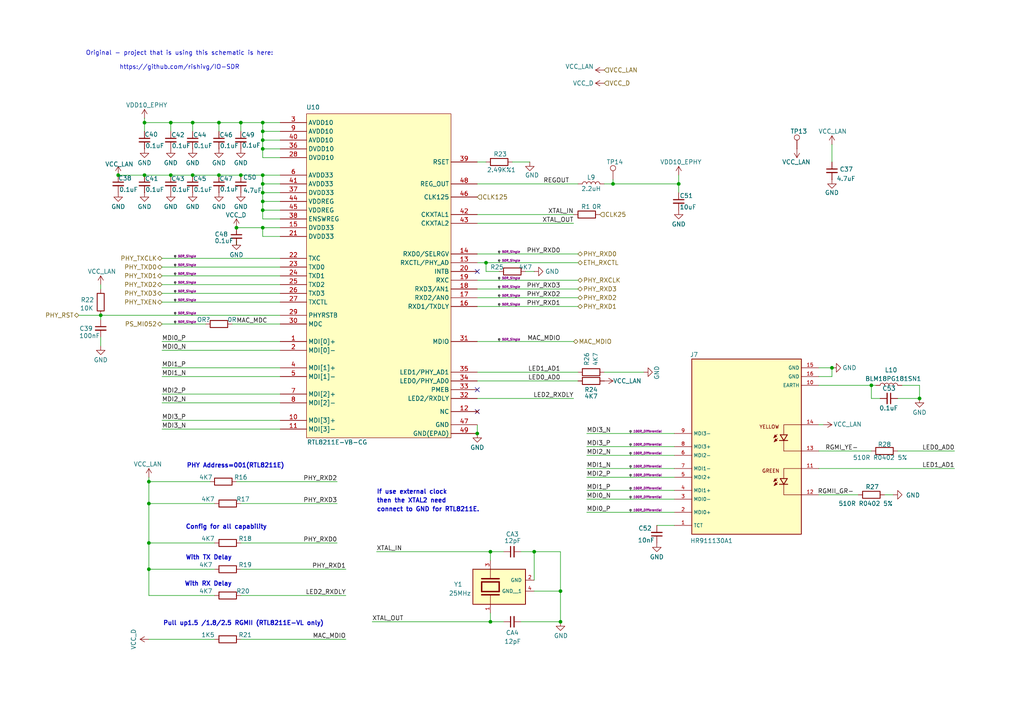
<source format=kicad_sch>
(kicad_sch (version 20231120) (generator "eeschema") (generator_version "8.0")
  (paper "A4")
  (title_block (title "${project_name} ${project_version}") (date "2024-12-02") (rev "${project_version}") (company "${project_creator}") (comment 1 "${project_license}"))
  (lib_symbols
    (symbol "Connector:TestPoint" (pin_numbers hide) (pin_names (offset 0.762) hide)
      (property "Reference" "TP" (at 0 6.858 0))
      (property "Value" "TestPoint" (at 0 5.08 0))
      (symbol "TestPoint_1_1"
        (pin passive line (at 0 0 90) (length 2.54) (name "1") (number "1"))
      )
    )
    (symbol "Device:C_Small" (pin_numbers hide) (pin_names (offset 0.254) hide)
      (property "Reference" "C" (at 0.254 1.778 0))
      (property "Value" "C_Small" (at 0.254 -2.032 0))
      (symbol "C_Small_1_1"
        (pin passive line (at 0 2.54 270) (length 2.032) (name "~") (number "1"))
        (pin passive line (at 0 -2.54 90) (length 2.032) (name "~") (number "2"))
      )
    )
    (symbol "Device:L" (pin_numbers hide) (pin_names (offset 1.016) hide)
      (property "Reference" "L" (at -1.27 0 90))
      (property "Value" "L" (at 1.905 0 90))
      (symbol "L_1_1"
        (pin passive line (at 0 3.81 270) (length 1.27) (name "1") (number "1"))
        (pin passive line (at 0 -3.81 90) (length 1.27) (name "2") (number "2"))
      )
    )
    (symbol "Device:R" (pin_numbers hide) (pin_names (offset 0))
      (property "Reference" "R" (at 2.032 0 90))
      (property "Value" "R" (at 0 0 90))
      (symbol "R_1_1"
        (pin passive line (at 0 3.81 270) (length 1.27) (name "~") (number "1"))
        (pin passive line (at 0 -3.81 90) (length 1.27) (name "~") (number "2"))
      )
    )
    (symbol "PLUTOX_SDR SCH LIB:HR911130A"
      (property "Reference" "J6" (at -33.655 -2.54 0))
      (property "Value" "HR911130A1" (at 29.21 56.515 0))
      (symbol "HR911130A_0_0"
        (text "GREEN" (at 24.13 36.83 0) (effects (font (size 1.016 1.016)) (justify left top)))
        (text "YELLOW" (at 29.21 22.86 0) (effects (font (size 1.016 1.016)) (justify right bottom)))
        (pin passive line (at 40.64 35.56 180) (length 5.08) (name "~") (number "11"))
        (pin passive line (at 40.64 43.18 180) (length 5.08) (name "~") (number "12"))
        (pin passive line (at 40.64 30.48 180) (length 5.08) (name "~") (number "13"))
        (pin passive line (at 40.64 22.86 180) (length 5.08) (name "~") (number "14"))
      )
      (symbol "HR911130A_1_0"
        (pin passive line (at -1.27 52.07 0) (length 5.08) (name "TCT") (number "1"))
        (pin passive line (at 40.64 11.43 180) (length 5.08) (name "EARTH") (number "10"))
        (pin passive line (at 40.64 6.35 180) (length 5.08) (name "GND") (number "15"))
        (pin passive line (at 40.64 8.89 180) (length 5.08) (name "GND") (number "16"))
        (pin passive line (at -1.27 48.26 0) (length 5.08) (name "MDI0+") (number "2"))
        (pin passive line (at -1.27 44.45 0) (length 5.08) (name "MDI0-") (number "3"))
        (pin passive line (at -1.27 41.91 0) (length 5.08) (name "MDI1+") (number "4"))
        (pin passive line (at -1.27 38.1 0) (length 5.08) (name "MDI2+") (number "5"))
        (pin passive line (at -1.27 31.75 0) (length 5.08) (name "MDI2-") (number "6"))
        (pin passive line (at -1.27 35.56 0) (length 5.08) (name "MDI1-") (number "7"))
        (pin passive line (at -1.27 29.21 0) (length 5.08) (name "MDI3+") (number "8"))
        (pin passive line (at -1.27 25.4 0) (length 5.08) (name "MDI3-") (number "9"))
      )
    )
    (symbol "PLUTOX_SDR SCH LIB:RTL8211E-VB-CG"
      (property "Reference" "U10" (at 27.305 62.865 0))
      (property "Value" "RTL8211E-VB-CG" (at 34.29 -34.29 0))
      (symbol "RTL8211E-VB-CG_0_1"
        (pin bidirectional line (at 17.78 -5.08 0) (length 7.62) (name "MDI[0]+") (number "1"))
        (pin bidirectional line (at 17.78 -27.94 0) (length 7.62) (name "MDI[3]+") (number "10"))
        (pin bidirectional line (at 17.78 -30.48 0) (length 7.62) (name "MDI[3]-") (number "11"))
        (pin no_connect line (at 74.93 -25.4 180) (length 7.62) (name "NC") (number "12"))
        (pin output line (at 74.93 17.78 180) (length 7.62) (name "RXCTL/PHY_AD") (number "13"))
        (pin output line (at 74.93 20.32 180) (length 7.62) (name "RXD0/SELRGV") (number "14"))
        (pin power_in line (at 17.78 27.94 0) (length 7.62) (name "DVDD33") (number "15"))
        (pin output line (at 74.93 5.08 180) (length 7.62) (name "RXD1/TXDLY") (number "16"))
        (pin output line (at 74.93 7.62 180) (length 7.62) (name "RXD2/AN0") (number "17"))
        (pin output line (at 74.93 10.16 180) (length 7.62) (name "RXD3/AN1") (number "18"))
        (pin output line (at 74.93 12.7 180) (length 7.62) (name "RXC") (number "19"))
        (pin bidirectional line (at 17.78 -7.62 0) (length 7.62) (name "MDI[0]-") (number "2"))
        (pin output line (at 74.93 15.24 180) (length 7.62) (name "INTB") (number "20"))
        (pin power_in line (at 17.78 25.4 0) (length 7.62) (name "DVDD33") (number "21"))
        (pin input line (at 17.78 19.05 0) (length 7.62) (name "TXC") (number "22"))
        (pin input line (at 17.78 16.51 0) (length 7.62) (name "TXD0") (number "23"))
        (pin input line (at 17.78 13.97 0) (length 7.62) (name "TXD1") (number "24"))
        (pin input line (at 17.78 11.43 0) (length 7.62) (name "TXD2") (number "25"))
        (pin input line (at 17.78 8.89 0) (length 7.62) (name "TXD3") (number "26"))
        (pin input line (at 17.78 6.35 0) (length 7.62) (name "TXCTL") (number "27"))
        (pin power_in line (at 17.78 48.26 0) (length 7.62) (name "DVDD10") (number "28"))
        (pin input line (at 17.78 2.54 0) (length 7.62) (name "PHYRSTB") (number "29"))
        (pin power_in line (at 17.78 58.42 0) (length 7.62) (name "AVDD10") (number "3"))
        (pin input line (at 17.78 0 0) (length 7.62) (name "MDC") (number "30"))
        (pin bidirectional line (at 74.93 -5.08 180) (length 7.62) (name "MDIO") (number "31"))
        (pin output line (at 74.93 -21.59 180) (length 7.62) (name "LED2/RXDLY") (number "32"))
        (pin output line (at 74.93 -19.05 180) (length 7.62) (name "PMEB") (number "33"))
        (pin output line (at 74.93 -16.51 180) (length 7.62) (name "LED0/PHY_AD0") (number "34"))
        (pin output line (at 74.93 -13.97 180) (length 7.62) (name "LED1/PHY_AD1") (number "35"))
        (pin power_in line (at 17.78 50.8 0) (length 7.62) (name "DVDD10") (number "36"))
        (pin power_in line (at 17.78 38.1 0) (length 7.62) (name "DVDD33") (number "37"))
        (pin input line (at 17.78 30.48 0) (length 7.62) (name "ENSWREG") (number "38"))
        (pin output line (at 74.93 46.99 180) (length 7.62) (name "RSET") (number "39"))
        (pin bidirectional line (at 17.78 -12.7 0) (length 7.62) (name "MDI[1]+") (number "4"))
        (pin power_in line (at 17.78 53.34 0) (length 7.62) (name "AVDD10") (number "40"))
        (pin power_in line (at 17.78 40.64 0) (length 7.62) (name "AVDD33") (number "41"))
        (pin input line (at 74.93 31.75 180) (length 7.62) (name "CKXTAL1") (number "42"))
        (pin output line (at 74.93 29.21 180) (length 7.62) (name "CKXTAL2") (number "43"))
        (pin power_in line (at 17.78 35.56 0) (length 7.62) (name "VDDREG") (number "44"))
        (pin power_in line (at 17.78 33.02 0) (length 7.62) (name "VDDREG") (number "45"))
        (pin output line (at 74.93 36.83 180) (length 7.62) (name "CLK125") (number "46"))
        (pin power_out line (at 74.93 -29.21 180) (length 7.62) (name "GND") (number "47"))
        (pin output line (at 74.93 40.64 180) (length 7.62) (name "REG_OUT") (number "48"))
        (pin bidirectional line (at 17.78 -15.24 0) (length 7.62) (name "MDI[1]-") (number "5"))
        (pin power_in line (at 17.78 43.18 0) (length 7.62) (name "AVDD33") (number "6"))
        (pin bidirectional line (at 17.78 -20.32 0) (length 7.62) (name "MDI[2]+") (number "7"))
        (pin bidirectional line (at 17.78 -22.86 0) (length 7.62) (name "MDI[2]-") (number "8"))
        (pin power_in line (at 17.78 55.88 0) (length 7.62) (name "AVDD10") (number "9"))
      )
      (symbol "RTL8211E-VB-CG_1_1"
        (pin power_out line (at 74.93 -31.75 180) (length 7.62) (name "GND(EPAD)") (number "49"))
      )
    )
    (symbol "TSX-3225_25.0000MF10P-C0_1" (pin_names (offset 1.016))
      (property "Reference" "Y3" (at 12.065 0.635 90))
      (property "Value" "TSX-3225_25.0000MF10P-C0" (at 12.065 -1.905 90))
      (symbol "TSX-3225_25.0000MF10P-C0_1_0_0"
        (pin passive line (at -7.62 0 0) (length 2.54) (name "~") (number "1"))
        (pin power_in line (at 1.905 -12.7 90) (length 2.54) (name "GND") (number "2"))
        (pin passive line (at 7.62 0 180) (length 2.54) (name "~") (number "3"))
        (pin power_in line (at -1.27 -12.7 90) (length 2.54) (name "GND__1") (number "4"))
      )
    )
    (symbol "power:+1V8" (power) (pin_numbers hide) (pin_names (offset 0) hide)
      (property "Value" "+1V8" (at 0 3.556 0))
      (symbol "+1V8_1_1"
        (pin power_in line (at 0 0 90) (length 0) (name "~") (number "1"))
      )
    )
    (symbol "power:+36V" (power) (pin_numbers hide) (pin_names (offset 0) hide)
      (property "Value" "+36V" (at 0 3.556 0))
      (symbol "+36V_1_1"
        (pin power_in line (at 0 0 90) (length 0) (name "~") (number "1"))
      )
    )
    (symbol "power:GND" (power) (pin_numbers hide) (pin_names (offset 0) hide)
      (property "Value" "GND" (at 0 -3.81 0))
      (symbol "GND_1_1"
        (pin power_in line (at 0 0 270) (length 0) (name "~") (number "1"))
      )
    )
    (symbol "power:VCC" (power) (pin_numbers hide) (pin_names (offset 0) hide)
      (property "Value" "VCC" (at 0 3.556 0))
      (symbol "VCC_1_1"
        (pin power_in line (at 0 0 90) (length 0) (name "~") (number "1"))
      )
    )
  )
  (junction (at 43.18 157.48))
  (junction (at 29.21 91.44))
  (junction (at 76.2 66.04))
  (junction (at 69.85 50.8))
  (junction (at 43.18 165.1))
  (junction (at 138.43 125.73))
  (junction (at 76.2 55.88))
  (junction (at 41.91 35.56))
  (junction (at 266.7 115.57))
  (junction (at 63.5 50.8))
  (junction (at 140.97 76.2))
  (junction (at 76.2 38.1))
  (junction (at 43.18 146.05))
  (junction (at 154.94 160.02))
  (junction (at 63.5 35.56))
  (junction (at 49.53 50.8))
  (junction (at 34.29 50.8))
  (junction (at 76.2 50.8))
  (junction (at 55.88 35.56))
  (junction (at 177.8 53.34))
  (junction (at 43.18 139.7))
  (junction (at 241.3 106.68))
  (junction (at 76.2 40.64))
  (junction (at 76.2 35.56))
  (junction (at 49.53 35.56))
  (junction (at 76.2 43.18))
  (junction (at 142.24 180.34))
  (junction (at 162.56 180.34))
  (junction (at 196.85 53.34))
  (junction (at 252.73 111.76))
  (junction (at 76.2 53.34))
  (junction (at 41.91 50.8))
  (junction (at 142.24 160.02))
  (junction (at 162.56 171.45))
  (junction (at 68.58 66.04))
  (junction (at 69.85 35.56))
  (junction (at 55.88 50.8))
  (junction (at 76.2 60.96))
  (junction (at 76.2 58.42))
  (no_connect (at 138.43 113.03))
  (no_connect (at 138.43 119.38))
  (no_connect (at 138.43 78.74))
  (wire (pts (xy 46.99 93.98) (xy 59.69 93.98)))
  (wire (pts (xy 63.5 35.56) (xy 63.5 38.1)))
  (wire (pts (xy 41.91 35.56) (xy 41.91 34.29)))
  (wire (pts (xy 49.53 35.56) (xy 55.88 35.56)))
  (wire (pts (xy 76.2 40.64) (xy 81.28 40.64)))
  (wire (pts (xy 46.99 80.01) (xy 81.28 80.01)))
  (wire (pts (xy 43.18 165.1) (xy 62.23 165.1)))
  (wire (pts (xy 76.2 55.88) (xy 76.2 53.34)))
  (wire (pts (xy 41.91 50.8) (xy 49.53 50.8)))
  (wire (pts (xy 254 111.76) (xy 252.73 111.76)))
  (wire (pts (xy 266.7 111.76) (xy 266.7 115.57)))
  (wire (pts (xy 241.3 41.91) (xy 241.3 46.99)))
  (wire (pts (xy 76.2 53.34) (xy 81.28 53.34)))
  (wire (pts (xy 138.43 123.19) (xy 138.43 125.73)))
  (wire (pts (xy 238.76 123.19) (xy 237.49 123.19)))
  (wire (pts (xy 195.58 152.4) (xy 190.5 152.4)))
  (wire (pts (xy 55.88 35.56) (xy 55.88 38.1)))
  (wire (pts (xy 154.94 160.02) (xy 154.94 168.275)))
  (wire (pts (xy 142.24 160.02) (xy 142.24 162.56)))
  (wire (pts (xy 41.91 35.56) (xy 49.53 35.56)))
  (wire (pts (xy 46.99 101.6) (xy 81.28 101.6)))
  (wire (pts (xy 29.21 82.55) (xy 29.21 83.82)))
  (wire (pts (xy 46.99 116.84) (xy 81.28 116.84)))
  (wire (pts (xy 76.2 58.42) (xy 76.2 60.96)))
  (wire (pts (xy 138.43 46.99) (xy 140.97 46.99)))
  (wire (pts (xy 76.2 50.8) (xy 81.28 50.8)))
  (wire (pts (xy 252.73 111.76) (xy 252.73 115.57)))
  (wire (pts (xy 138.43 88.9) (xy 167.64 88.9)))
  (wire (pts (xy 43.18 172.72) (xy 43.18 165.1)))
  (wire (pts (xy 46.99 87.63) (xy 81.28 87.63)))
  (wire (pts (xy 195.58 125.73) (xy 170.18 125.73)))
  (wire (pts (xy 138.43 81.28) (xy 167.64 81.28)))
  (wire (pts (xy 100.33 165.1) (xy 69.85 165.1)))
  (wire (pts (xy 154.94 171.45) (xy 162.56 171.45)))
  (wire (pts (xy 55.88 50.8) (xy 63.5 50.8)))
  (wire (pts (xy 81.28 68.58) (xy 76.2 68.58)))
  (wire (pts (xy 138.43 86.36) (xy 167.64 86.36)))
  (wire (pts (xy 76.2 35.56) (xy 76.2 38.1)))
  (wire (pts (xy 67.31 93.98) (xy 81.28 93.98)))
  (wire (pts (xy 177.8 52.07) (xy 177.8 53.34)))
  (wire (pts (xy 138.43 64.77) (xy 166.37 64.77)))
  (wire (pts (xy 266.7 111.76) (xy 261.62 111.76)))
  (wire (pts (xy 76.2 58.42) (xy 81.28 58.42)))
  (wire (pts (xy 76.2 60.96) (xy 76.2 63.5)))
  (wire (pts (xy 241.3 106.68) (xy 241.3 109.22)))
  (wire (pts (xy 175.26 107.95) (xy 186.69 107.95)))
  (wire (pts (xy 76.2 55.88) (xy 76.2 58.42)))
  (wire (pts (xy 69.85 50.8) (xy 76.2 50.8)))
  (wire (pts (xy 43.18 139.7) (xy 43.18 146.05)))
  (wire (pts (xy 63.5 35.56) (xy 69.85 35.56)))
  (wire (pts (xy 97.79 139.7) (xy 68.58 139.7)))
  (wire (pts (xy 76.2 43.18) (xy 81.28 43.18)))
  (wire (pts (xy 62.23 185.42) (xy 43.18 185.42)))
  (wire (pts (xy 138.43 107.95) (xy 167.64 107.95)))
  (wire (pts (xy 62.23 157.48) (xy 43.18 157.48)))
  (wire (pts (xy 76.2 38.1) (xy 81.28 38.1)))
  (wire (pts (xy 68.58 69.85) (xy 68.58 71.12)))
  (wire (pts (xy 196.85 50.8) (xy 196.85 53.34)))
  (wire (pts (xy 276.86 130.81) (xy 260.35 130.81)))
  (wire (pts (xy 29.21 91.44) (xy 29.21 92.71)))
  (wire (pts (xy 138.43 99.06) (xy 166.37 99.06)))
  (wire (pts (xy 69.85 35.56) (xy 76.2 35.56)))
  (wire (pts (xy 195.58 138.43) (xy 170.18 138.43)))
  (wire (pts (xy 138.43 110.49) (xy 167.64 110.49)))
  (wire (pts (xy 142.24 180.34) (xy 107.95 180.34)))
  (wire (pts (xy 63.5 50.8) (xy 69.85 50.8)))
  (wire (pts (xy 46.99 114.3) (xy 81.28 114.3)))
  (wire (pts (xy 138.43 76.2) (xy 140.97 76.2)))
  (wire (pts (xy 138.43 115.57) (xy 166.37 115.57)))
  (wire (pts (xy 154.94 78.74) (xy 152.4 78.74)))
  (wire (pts (xy 162.56 171.45) (xy 162.56 180.34)))
  (wire (pts (xy 138.43 62.23) (xy 166.37 62.23)))
  (wire (pts (xy 276.86 135.89) (xy 237.49 135.89)))
  (wire (pts (xy 162.56 160.02) (xy 162.56 171.45)))
  (wire (pts (xy 97.79 157.48) (xy 69.85 157.48)))
  (wire (pts (xy 142.24 177.8) (xy 142.24 180.34)))
  (wire (pts (xy 76.2 68.58) (xy 76.2 66.04)))
  (wire (pts (xy 175.26 53.34) (xy 177.8 53.34)))
  (wire (pts (xy 138.43 83.82) (xy 167.64 83.82)))
  (wire (pts (xy 195.58 129.54) (xy 170.18 129.54)))
  (wire (pts (xy 237.49 111.76) (xy 252.73 111.76)))
  (wire (pts (xy 60.96 139.7) (xy 43.18 139.7)))
  (wire (pts (xy 177.8 53.34) (xy 196.85 53.34)))
  (wire (pts (xy 68.58 66.04) (xy 76.2 66.04)))
  (wire (pts (xy 140.97 76.2) (xy 167.64 76.2)))
  (wire (pts (xy 100.33 172.72) (xy 69.85 172.72)))
  (wire (pts (xy 76.2 66.04) (xy 81.28 66.04)))
  (wire (pts (xy 46.99 109.22) (xy 81.28 109.22)))
  (wire (pts (xy 62.23 146.05) (xy 43.18 146.05)))
  (wire (pts (xy 29.21 91.44) (xy 22.86 91.44)))
  (wire (pts (xy 29.21 100.33) (xy 29.21 97.79)))
  (wire (pts (xy 196.85 53.34) (xy 196.85 55.88)))
  (wire (pts (xy 76.2 60.96) (xy 81.28 60.96)))
  (wire (pts (xy 162.56 180.34) (xy 151.13 180.34)))
  (wire (pts (xy 46.99 82.55) (xy 81.28 82.55)))
  (wire (pts (xy 46.99 99.06) (xy 81.28 99.06)))
  (wire (pts (xy 46.99 106.68) (xy 81.28 106.68)))
  (wire (pts (xy 76.2 38.1) (xy 76.2 40.64)))
  (wire (pts (xy 259.08 143.51) (xy 256.54 143.51)))
  (wire (pts (xy 76.2 43.18) (xy 76.2 45.72)))
  (wire (pts (xy 76.2 55.88) (xy 81.28 55.88)))
  (wire (pts (xy 76.2 63.5) (xy 81.28 63.5)))
  (wire (pts (xy 255.27 115.57) (xy 252.73 115.57)))
  (wire (pts (xy 266.7 115.57) (xy 260.35 115.57)))
  (wire (pts (xy 195.58 148.59) (xy 170.18 148.59)))
  (wire (pts (xy 46.99 77.47) (xy 81.28 77.47)))
  (wire (pts (xy 46.99 85.09) (xy 81.28 85.09)))
  (wire (pts (xy 252.73 130.81) (xy 237.49 130.81)))
  (wire (pts (xy 140.97 78.74) (xy 140.97 76.2)))
  (wire (pts (xy 241.3 109.22) (xy 237.49 109.22)))
  (wire (pts (xy 138.43 53.34) (xy 167.64 53.34)))
  (wire (pts (xy 46.99 121.92) (xy 81.28 121.92)))
  (wire (pts (xy 100.33 185.42) (xy 69.85 185.42)))
  (wire (pts (xy 195.58 144.78) (xy 170.18 144.78)))
  (wire (pts (xy 76.2 35.56) (xy 81.28 35.56)))
  (wire (pts (xy 162.56 160.02) (xy 154.94 160.02)))
  (wire (pts (xy 62.23 172.72) (xy 43.18 172.72)))
  (wire (pts (xy 195.58 135.89) (xy 170.18 135.89)))
  (wire (pts (xy 29.21 91.44) (xy 81.28 91.44)))
  (wire (pts (xy 146.05 180.34) (xy 142.24 180.34)))
  (wire (pts (xy 46.99 124.46) (xy 81.28 124.46)))
  (wire (pts (xy 248.92 143.51) (xy 237.49 143.51)))
  (wire (pts (xy 153.67 46.99) (xy 148.59 46.99)))
  (wire (pts (xy 142.24 160.02) (xy 109.22 160.02)))
  (wire (pts (xy 55.88 35.56) (xy 63.5 35.56)))
  (wire (pts (xy 76.2 45.72) (xy 81.28 45.72)))
  (wire (pts (xy 146.05 160.02) (xy 142.24 160.02)))
  (wire (pts (xy 138.43 73.66) (xy 167.64 73.66)))
  (wire (pts (xy 46.99 74.93) (xy 81.28 74.93)))
  (wire (pts (xy 237.49 106.68) (xy 241.3 106.68)))
  (wire (pts (xy 43.18 146.05) (xy 43.18 157.48)))
  (wire (pts (xy 49.53 35.56) (xy 49.53 38.1)))
  (wire (pts (xy 154.94 160.02) (xy 151.13 160.02)))
  (wire (pts (xy 43.18 157.48) (xy 43.18 165.1)))
  (wire (pts (xy 43.18 138.43) (xy 43.18 139.7)))
  (wire (pts (xy 69.85 35.56) (xy 69.85 38.1)))
  (wire (pts (xy 97.79 146.05) (xy 69.85 146.05)))
  (wire (pts (xy 195.58 142.24) (xy 170.18 142.24)))
  (wire (pts (xy 144.78 78.74) (xy 140.97 78.74)))
  (wire (pts (xy 49.53 50.8) (xy 55.88 50.8)))
  (wire (pts (xy 76.2 50.8) (xy 76.2 53.34)))
  (wire (pts (xy 41.91 35.56) (xy 41.91 38.1)))
  (wire (pts (xy 76.2 40.64) (xy 76.2 43.18)))
  (wire (pts (xy 195.58 132.08) (xy 170.18 132.08)))
  (wire (pts (xy 34.29 50.8) (xy 41.91 50.8)))
  (text "then the XTAL2 need" (at 109.22 146.05 0) (effects (font (size 1.27 1.27) (bold yes)) (justify left bottom)))
  (text "PHY Address=001(RTL8211E)" (at 82.55 135.89 0) (effects (font (size 1.27 1.27) (bold yes)) (justify right bottom)))
  (text "With RX Delay" (at 67.31 170.18 0) (effects (font (size 1.27 1.27) (bold yes)) (justify right bottom)))
  (text "Pull up1.5 /1.8/2.5 RGMII (RTL8211E-VL only)" (at 93.98 181.61 0) (effects (font (size 1.27 1.27) (bold yes)) (justify right bottom)))
  (text "connect to GND for RTL8211E." (at 109.22 148.59 0) (effects (font (size 1.27 1.27) (bold yes)) (justify left bottom)))
  (text "If use external clock " (at 109.22 143.51 0) (effects (font (size 1.27 1.27) (bold yes)) (justify left bottom)))
  (text "Original - project that is using this schematic is here:\n\nhttps://github.com/rishivg/IO-SDR" (at 52.07 17.526 0) (effects (font (size 1.27 1.27))))
  (text "Config for all capability" (at 77.47 153.67 0) (effects (font (size 1.27 1.27) (bold yes)) (justify right bottom)))
  (text "With TX Delay" (at 67.31 162.56 0) (effects (font (size 1.27 1.27) (bold yes)) (justify right bottom)))
  (label "MAC_MDIO" (at 100.33 185.42 180))
  (label "MDI3_P" (at 46.99 121.92 0))
  (label "LED1_AD1" (at 162.56 107.95 180))
  (label "XTAL_OUT" (at 166.37 64.77 180))
  (label "MDI0_P" (at 170.18 148.59 0))
  (label "LED0_AD0" (at 162.56 110.49 180))
  (label "XTAL_OUT" (at 107.95 180.34 0))
  (label "MDI2_P" (at 46.99 114.3 0))
  (label "LED2_RXDLY" (at 100.33 172.72 180))
  (label "MDI0_N" (at 170.18 144.78 0))
  (label "XTAL_IN" (at 109.22 160.02 0))
  (label "RGMI_YE-" (at 248.92 130.81 180))
  (label "LED2_RXDLY" (at 166.37 115.57 180))
  (label "MAC_MDIO" (at 162.56 99.06 180))
  (label "RGMII_GR-" (at 247.65 143.51 180))
  (label "MDI1_P" (at 46.99 106.68 0))
  (label "LED0_AD0" (at 276.86 130.81 180))
  (label "PHY_RXD0" (at 162.56 73.66 180))
  (label "PHY_RXD3" (at 97.79 146.05 180))
  (label "REGOUT" (at 165.1 53.34 180))
  (label "MDI2_N" (at 46.99 116.84 0))
  (label "MDI3_N" (at 46.99 124.46 0))
  (label "PHY_RXD1" (at 100.33 165.1 180))
  (label "XTAL_IN" (at 166.37 62.23 180))
  (label "MDI3_P" (at 170.18 129.54 0))
  (label "MDI1_N" (at 46.99 109.22 0))
  (label "MDI1_N" (at 170.18 135.89 0))
  (label "PHY_RXD0" (at 97.79 157.48 180))
  (label "MDI0_P" (at 46.99 99.06 0))
  (label "MDI2_N" (at 170.18 132.08 0))
  (label "MDI3_N" (at 170.18 125.73 0))
  (label "MDI1_P" (at 170.18 142.24 0))
  (label "PHY_RXD2" (at 97.79 139.7 180))
  (label "MDI0_N" (at 46.99 101.6 0))
  (label "PHY_RXD1" (at 162.56 88.9 180))
  (label "PHY_RXD3" (at 162.56 83.82 180))
  (label "PHY_RXD2" (at 162.56 86.36 180))
  (label "LED1_AD1" (at 276.86 135.89 180))
  (label "MDI2_P" (at 170.18 138.43 0))
  (label "MAC_MDC" (at 68.58 93.98 0))
  (hierarchical_label "PHY_RXD1" (shape bidirectional) (at 167.64 88.9 0))
  (hierarchical_label "PHY_TXEN" (shape bidirectional) (at 46.99 87.63 180))
  (hierarchical_label "PS_MI052" (shape bidirectional) (at 46.99 93.98 180))
  (hierarchical_label "ETH_RXCTL" (shape bidirectional) (at 167.64 76.2 0))
  (hierarchical_label "PHY_TXD0" (shape bidirectional) (at 46.99 77.47 180))
  (hierarchical_label "MAC_MDIO" (shape bidirectional) (at 166.37 99.06 0))
  (hierarchical_label "PHY_RXD3" (shape bidirectional) (at 167.64 83.82 0))
  (hierarchical_label "CLK125" (shape input) (at 138.43 57.15 0))
  (hierarchical_label "PHY_RXD0" (shape bidirectional) (at 167.64 73.66 0))
  (hierarchical_label "VCC_D" (shape input) (at 175.26 24.13 0))
  (hierarchical_label "PHY_TXD3" (shape bidirectional) (at 46.99 85.09 180))
  (hierarchical_label "PHY_RXD2" (shape bidirectional) (at 167.64 86.36 0))
  (hierarchical_label "VCC_LAN" (shape input) (at 175.26 20.32 0))
  (hierarchical_label "PHY_TXCLK" (shape bidirectional) (at 46.99 74.93 180))
  (hierarchical_label "PHY_RST" (shape bidirectional) (at 22.86 91.44 180))
  (hierarchical_label "PHY_TXD2" (shape bidirectional) (at 46.99 82.55 180))
  (hierarchical_label "CLK25" (shape input) (at 173.99 62.23 0))
  (hierarchical_label "PHY_TXD1" (shape bidirectional) (at 46.99 80.01 180))
  (hierarchical_label "PHY_RXCLK" (shape bidirectional) (at 167.64 81.28 0))
  (netclass_flag "" (length 0.635) (shape dot) (at 182.88 148.59 0) (property "Netclass" "100R_Differential" (at 183.5785 147.955 0) (effects (font (size 0.635 0.635) (italic yes)) (justify left))))
  (netclass_flag "" (length 0.635) (shape dot) (at 182.88 144.78 0) (property "Netclass" "100R_Differential" (at 183.5785 144.145 0) (effects (font (size 0.635 0.635) (italic yes)) (justify left))))
  (netclass_flag "" (length 0.635) (shape dot) (at 182.88 125.73 0) (property "Netclass" "100R_Differential" (at 183.5785 125.095 0) (effects (font (size 0.635 0.635) (italic yes)) (justify left))))
  (netclass_flag "" (length 0.635) (shape dot) (at 144.78 88.9 0) (property "Netclass" "50R_Single" (at 145.4785 88.265 0) (effects (font (size 0.635 0.635) (italic yes)) (justify left))))
  (netclass_flag "" (length 0.635) (shape dot) (at 144.78 83.82 0) (property "Netclass" "50R_Single" (at 145.4785 83.185 0) (effects (font (size 0.635 0.635) (italic yes)) (justify left))))
  (netclass_flag "" (length 0.635) (shape dot) (at 144.78 86.36 0) (property "Netclass" "50R_Single" (at 145.4785 85.725 0) (effects (font (size 0.635 0.635) (italic yes)) (justify left))))
  (netclass_flag "" (length 0.635) (shape dot) (at 50.8 91.44 0) (property "Netclass" "50R_Single" (at 51.4985 90.805 0) (effects (font (size 0.635 0.635) (italic yes)) (justify left))))
  (netclass_flag "" (length 0.635) (shape dot) (at 182.88 138.43 0) (property "Netclass" "100R_Differential" (at 183.5785 137.795 0) (effects (font (size 0.635 0.635) (italic yes)) (justify left))))
  (netclass_flag "" (length 0.635) (shape dot) (at 50.8 74.93 0) (property "Netclass" "50R_Single" (at 51.4985 74.295 0) (effects (font (size 0.635 0.635) (italic yes)) (justify left))))
  (netclass_flag "" (length 0.635) (shape dot) (at 182.88 142.24 0) (property "Netclass" "100R_Differential" (at 183.5785 141.605 0) (effects (font (size 0.635 0.635) (italic yes)) (justify left))))
  (netclass_flag "" (length 0.635) (shape dot) (at 144.78 99.06 0) (property "Netclass" "50R_Single" (at 145.4785 98.425 0) (effects (font (size 0.635 0.635) (italic yes)) (justify left))))
  (netclass_flag "" (length 0.635) (shape dot) (at 182.88 135.89 0) (property "Netclass" "100R_Differential" (at 183.5785 135.255 0) (effects (font (size 0.635 0.635) (italic yes)) (justify left))))
  (netclass_flag "" (length 0.635) (shape dot) (at 144.78 73.66 0) (property "Netclass" "50R_Single" (at 145.4785 73.025 0) (effects (font (size 0.635 0.635) (italic yes)) (justify left))))
  (netclass_flag "" (length 0.635) (shape dot) (at 50.8 93.98 0) (property "Netclass" "50R_Single" (at 51.4985 93.345 0) (effects (font (size 0.635 0.635) (italic yes)) (justify left))))
  (netclass_flag "" (length 0.635) (shape dot) (at 50.8 85.09 0) (property "Netclass" "50R_Single" (at 51.4985 84.455 0) (effects (font (size 0.635 0.635) (italic yes)) (justify left))))
  (netclass_flag "" (length 0.635) (shape dot) (at 50.8 77.47 0) (property "Netclass" "50R_Single" (at 51.4985 76.835 0) (effects (font (size 0.635 0.635) (italic yes)) (justify left))))
  (netclass_flag "" (length 0.635) (shape dot) (at 50.8 87.63 0) (property "Netclass" "50R_Single" (at 51.4985 86.995 0) (effects (font (size 0.635 0.635) (italic yes)) (justify left))))
  (netclass_flag "" (length 0.635) (shape dot) (at 50.8 82.55 0) (property "Netclass" "50R_Single" (at 51.4985 81.915 0) (effects (font (size 0.635 0.635) (italic yes)) (justify left))))
  (netclass_flag "" (length 0.635) (shape dot) (at 144.78 76.2 0) (property "Netclass" "50R_Single" (at 145.4785 75.565 0) (effects (font (size 0.635 0.635) (italic yes)) (justify left))))
  (netclass_flag "" (length 0.635) (shape dot) (at 182.88 129.54 0) (property "Netclass" "100R_Differential" (at 183.5785 128.905 0) (effects (font (size 0.635 0.635) (italic yes)) (justify left))))
  (netclass_flag "" (length 0.635) (shape dot) (at 182.88 132.08 0) (property "Netclass" "100R_Differential" (at 183.5785 131.445 0) (effects (font (size 0.635 0.635) (italic yes)) (justify left))))
  (netclass_flag "" (length 0.635) (shape dot) (at 50.8 80.01 0) (property "Netclass" "50R_Single" (at 51.4985 79.375 0) (effects (font (size 0.635 0.635) (italic yes)) (justify left))))
  (netclass_flag "" (length 0.635) (shape dot) (at 144.78 81.28 0) (property "Netclass" "50R_Single" (at 145.4785 80.645 0) (effects (font (size 0.635 0.635) (italic yes)) (justify left))))
  (symbol (lib_id "power:GND") (at 55.88 43.18 0) (unit 1)
    (property "Reference" "#PWR?" (effects (hide yes)))
    (property "Value" "GND" (at 55.88 47.244 0))
    (property "Description" "Power symbol creates a global label with name \"GND\" , ground" (effects (hide yes)))
    (instances (project "IO_SDR_1.1" (path "" (reference "#PWR?") (unit 1)) (path "" (reference "#PWR0102") (unit 1)) (path "" (reference "#PWR?") (unit 1))) (project "" (path "" (reference "#PWR0105") (unit 1))))
  )
  (symbol (lib_id "power:VCC") (at 231.14 43.18 0) (mirror x) (unit 1)
    (property "Reference" "#PWR013" (effects (hide yes)))
    (property "Value" "VCC_LAN" (at 226.822 46.99 0) (effects (justify left)))
    (property "Description" "Power symbol creates a global label with name \"VCC\"" (effects (hide yes)))
  )
  (symbol (lib_id "Device:R") (at 252.73 143.51 90) (mirror x) (unit 1)
    (property "Reference" "R27" (at 252.984 141.224 90))
    (property "Value" "510R R0402 5%" (at 251.079 146.05 90))
    (property "Footprint" "Resistor_SMD:R_0402_1005Metric_Pad0.72x0.64mm_HandSolder" (effects (hide yes)))
    (property "Description" "Resistor" (effects (hide yes)))
  )
  (symbol (lib_id "power:GND") (at 69.85 43.18 0) (unit 1)
    (property "Reference" "#PWR?" (effects (hide yes)))
    (property "Value" "GND" (at 69.85 47.244 0))
    (property "Description" "Power symbol creates a global label with name \"GND\" , ground" (effects (hide yes)))
    (instances (project "IO_SDR_1.1" (path "" (reference "#PWR?") (unit 1)) (path "" (reference "#PWR0108") (unit 1)) (path "" (reference "#PWR?") (unit 1))) (project "" (path "" (reference "#PWR0106") (unit 1))))
  )
  (symbol (lib_id "power:GND") (at 241.3 52.07 0) (unit 1)
    (property "Reference" "#PWR092" (effects (hide yes)))
    (property "Value" "GND" (at 243.332 55.88 0) (effects (justify right)))
    (property "Description" "Power symbol creates a global label with name \"GND\" , ground" (effects (hide yes)))
  )
  (symbol (lib_id "Device:C_Small") (at 148.59 160.02 90) (unit 1)
    (property "Reference" "CA3" (at 150.495 154.94 90) (effects (justify left)))
    (property "Value" "12pF" (at 151.13 156.845 90) (effects (justify left)))
    (property "Footprint" "Capacitor_SMD:C_0402_1005Metric_Pad0.74x0.62mm_HandSolder" (effects (hide yes)))
    (property "Description" "Unpolarized capacitor, small symbol" (effects (hide yes)))
  )
  (symbol (lib_id "Device:C_Small") (at 63.5 40.64 0) (unit 1)
    (property "Reference" "C46" (at 63.627 39.116 0) (effects (justify left)))
    (property "Value" "0.1uF" (at 63.754 42.291 0) (effects (justify left)))
    (property "Footprint" "Capacitor_SMD:C_0402_1005Metric_Pad0.74x0.62mm_HandSolder" (effects (hide yes)))
    (property "Description" "Unpolarized capacitor, small symbol" (effects (hide yes)))
  )
  (symbol (lib_id "power:+36V") (at 41.91 34.29 0) (unit 1)
    (property "Reference" "#PWR097" (effects (hide yes)))
    (property "Value" "VDD10_EPHY" (at 42.545 30.48 0))
    (property "Description" "Power symbol creates a global label with name \"+36V\"" (effects (hide yes)))
  )
  (symbol (lib_id "power:GND") (at 41.91 43.18 0) (unit 1)
    (property "Reference" "#PWR?" (effects (hide yes)))
    (property "Value" "GND" (at 41.91 47.244 0))
    (property "Description" "Power symbol creates a global label with name \"GND\" , ground" (effects (hide yes)))
    (instances (project "IO_SDR_1.1" (path "" (reference "#PWR?") (unit 1)) (path "" (reference "#PWR098") (unit 1)) (path "" (reference "#PWR?") (unit 1))) (project "" (path "" (reference "#PWR0122") (unit 1))))
  )
  (symbol (lib_id "power:+1V8") (at 68.58 66.04 0) (unit 1)
    (property "Reference" "#PWR?" (effects (hide yes)))
    (property "Value" "VCC_D" (at 68.453 62.357 0))
    (property "Description" "Power symbol creates a global label with name \"+1V8\"" (effects (hide yes)))
    (instances (project "IO_SDR_1.1" (path "" (reference "#PWR?") (unit 1)) (path "" (reference "#PWR0106") (unit 1)) (path "" (reference "#PWR047") (unit 1))) (project "" (path "" (reference "#PWR0110") (unit 1))))
  )
  (symbol (lib_id "Device:C_Small") (at 29.21 95.25 0) (unit 1)
    (property "Reference" "C39" (at 23.0129 95.2868 0) (effects (justify left)))
    (property "Value" "100nF" (at 22.9401 97.3983 0) (effects (justify left)))
    (property "Footprint" "Capacitor_SMD:C_0402_1005Metric_Pad0.74x0.62mm_HandSolder" (effects (hide yes)))
    (property "Description" "Unpolarized capacitor, small symbol" (effects (hide yes)))
  )
  (symbol (lib_id "PLUTOX_SDR SCH LIB:RTL8211E-VB-CG") (at 63.5 93.98 0) (unit 1)
    (property "Reference" "U10" (at 90.805 31.115 0))
    (property "Value" "RTL8211E-VB-CG" (at 97.79 128.27 0))
    (property "Footprint" "RTL8211E-VB-CG:RTL8211E-VB-CG" (effects (hide yes)))
  )
  (symbol (lib_id "Device:C_Small") (at 241.3 49.53 0) (unit 1)
    (property "Reference" "C37" (at 243.5121 49.1011 0) (effects (justify left)))
    (property "Value" "4.7uF" (at 242.6384 51.8193 0) (effects (justify left)))
    (property "Footprint" "Capacitor_SMD:C_0603_1608Metric_Pad1.08x0.95mm_HandSolder" (effects (hide yes)))
    (property "Description" "Unpolarized capacitor, small symbol" (effects (hide yes)))
  )
  (symbol (lib_id "power:GND") (at 55.88 55.88 0) (unit 1)
    (property "Reference" "#PWR?" (effects (hide yes)))
    (property "Value" "GND" (at 55.88 59.944 0))
    (property "Description" "Power symbol creates a global label with name \"GND\" , ground" (effects (hide yes)))
    (instances (project "IO_SDR_1.1" (path "" (reference "#PWR?") (unit 1)) (path "" (reference "#PWR0103") (unit 1)) (path "" (reference "#PWR?") (unit 1))) (project "" (path "" (reference "#PWR0102") (unit 1))))
  )
  (symbol (lib_id "Device:C_Small") (at 148.59 180.34 90) (unit 1)
    (property "Reference" "CA4" (at 150.495 183.515 90) (effects (justify left)))
    (property "Value" "12pF" (at 151.13 186.055 90) (effects (justify left)))
    (property "Footprint" "Capacitor_SMD:C_0402_1005Metric_Pad0.74x0.62mm_HandSolder" (effects (hide yes)))
    (property "Description" "Unpolarized capacitor, small symbol" (effects (hide yes)))
  )
  (symbol (lib_id "power:GND") (at 241.3 106.68 90) (mirror x) (unit 1)
    (property "Reference" "#PWR?" (effects (hide yes)))
    (property "Value" "GND" (at 246.38 106.68 90))
    (property "Description" "Power symbol creates a global label with name \"GND\" , ground" (effects (hide yes)))
    (instances (project "IO_SDR_1.1" (path "" (reference "#PWR?") (unit 1)) (path "" (reference "#PWR0119") (unit 1)) (path "" (reference "#PWR?") (unit 1))) (project "" (path "" (reference "#PWR0125") (unit 1))))
  )
  (symbol (lib_id "power:VCC") (at 29.21 82.55 0) (unit 1)
    (property "Reference" "#PWR095" (effects (hide yes)))
    (property "Value" "VCC_LAN" (at 25.4 78.74 0) (effects (justify left)))
    (property "Description" "Power symbol creates a global label with name \"VCC\"" (effects (hide yes)))
  )
  (symbol (lib_id "PLUTOX_SDR SCH LIB:HR911130A") (at 196.85 100.33 0) (mirror x) (unit 1)
    (property "Reference" "J7" (at 201.295 102.87 0))
    (property "Value" "HR911130A1" (at 206.375 156.845 0))
    (property "Footprint" "HR911130A1:HR911130A_HAN" (effects (hide yes)))
  )
  (symbol (lib_id "power:VCC") (at 238.76 123.19 270) (mirror x) (unit 1)
    (property "Reference" "#PWR0118" (effects (hide yes)))
    (property "Value" "VCC_LAN" (at 241.681 123.063 90) (effects (justify left)))
    (property "Description" "Power symbol creates a global label with name \"VCC\"" (effects (hide yes)))
  )
  (symbol (lib_id "power:GND") (at 138.43 125.73 0) (unit 1)
    (property "Reference" "#PWR?" (effects (hide yes)))
    (property "Value" "GND" (at 138.43 129.794 0))
    (property "Description" "Power symbol creates a global label with name \"GND\" , ground" (effects (hide yes)))
    (instances (project "IO_SDR_1.1" (path "" (reference "#PWR?") (unit 1)) (path "" (reference "#PWR0110") (unit 1)) (path "" (reference "#PWR?") (unit 1))) (project "" (path "" (reference "#PWR0114") (unit 1))))
  )
  (symbol (lib_id "Device:C_Small") (at 69.85 40.64 0) (unit 1)
    (property "Reference" "C49" (at 69.977 39.116 0) (effects (justify left)))
    (property "Value" "0.1uF" (at 70.104 42.164 0) (effects (justify left)))
    (property "Footprint" "Capacitor_SMD:C_0402_1005Metric_Pad0.74x0.62mm_HandSolder" (effects (hide yes)))
    (property "Description" "Unpolarized capacitor, small symbol" (effects (hide yes)))
  )
  (symbol (lib_id "Device:C_Small") (at 63.5 53.34 0) (unit 1)
    (property "Reference" "C47" (at 63.627 51.816 0) (effects (justify left)))
    (property "Value" "0.1uF" (at 63.754 54.864 0) (effects (justify left)))
    (property "Footprint" "Capacitor_SMD:C_0402_1005Metric_Pad0.74x0.62mm_HandSolder" (effects (hide yes)))
    (property "Description" "Unpolarized capacitor, small symbol" (effects (hide yes)))
  )
  (symbol (lib_id "Device:R") (at 144.78 46.99 270) (unit 1)
    (property "Reference" "R23" (at 143.129 44.704 90) (effects (justify left)))
    (property "Value" "2.49K%1" (at 141.224 49.276 90) (effects (justify left)))
    (property "Footprint" "Resistor_SMD:R_0402_1005Metric_Pad0.72x0.64mm_HandSolder" (effects (hide yes)))
    (property "Description" "Resistor" (effects (hide yes)))
  )
  (symbol (lib_id "Device:R") (at 256.54 130.81 90) (mirror x) (unit 1)
    (property "Reference" "R28" (at 256.54 128.905 90))
    (property "Value" "510R R0402 5%" (at 255.27 132.715 90))
    (property "Footprint" "Resistor_SMD:R_0402_1005Metric_Pad0.72x0.64mm_HandSolder" (effects (hide yes)))
    (property "Description" "Resistor" (effects (hide yes)))
  )
  (symbol (lib_id "Device:R") (at 66.04 172.72 90) (mirror x) (unit 1)
    (property "Reference" "R20" (at 70.485 171.45 90))
    (property "Value" "4K7" (at 59.69 171.45 90))
    (property "Footprint" "Resistor_SMD:R_0402_1005Metric_Pad0.72x0.64mm_HandSolder" (effects (hide yes)))
    (property "Description" "Resistor" (effects (hide yes)))
  )
  (symbol (lib_id "Device:C_Small") (at 49.53 53.34 0) (unit 1)
    (property "Reference" "C43" (at 49.657 51.816 0) (effects (justify left)))
    (property "Value" "0.1uF" (at 49.784 54.991 0) (effects (justify left)))
    (property "Footprint" "Capacitor_SMD:C_0402_1005Metric_Pad0.74x0.62mm_HandSolder" (effects (hide yes)))
    (property "Description" "Unpolarized capacitor, small symbol" (effects (hide yes)))
  )
  (symbol (lib_id "power:GND") (at 63.5 55.88 0) (unit 1)
    (property "Reference" "#PWR?" (effects (hide yes)))
    (property "Value" "GND" (at 63.5 59.944 0))
    (property "Description" "Power symbol creates a global label with name \"GND\" , ground" (effects (hide yes)))
    (instances (project "IO_SDR_1.1" (path "" (reference "#PWR?") (unit 1)) (path "" (reference "#PWR0105") (unit 1)) (path "" (reference "#PWR?") (unit 1))) (project "" (path "" (reference "#PWR0109") (unit 1))))
  )
  (symbol (lib_id "power:GND") (at 34.29 55.88 0) (unit 1)
    (property "Reference" "#PWR?" (effects (hide yes)))
    (property "Value" "GND" (at 34.29 59.944 0))
    (property "Description" "Power symbol creates a global label with name \"GND\" , ground" (effects (hide yes)))
    (instances (project "IO_SDR_1.1" (path "" (reference "#PWR?") (unit 1)) (path "" (reference "#PWR094") (unit 1)) (path "" (reference "#PWR?") (unit 1))) (project "" (path "" (reference "#PWR0121") (unit 1))))
  )
  (symbol (lib_id "Device:R") (at 29.21 87.63 180) (unit 1)
    (property "Reference" "R22" (at 27.305 86.995 0) (effects (justify left)))
    (property "Value" "10K" (at 27.0902 89.381 0) (effects (justify left)))
    (property "Footprint" "Resistor_SMD:R_0402_1005Metric_Pad0.72x0.64mm_HandSolder" (effects (hide yes)))
    (property "Description" "Resistor" (effects (hide yes)))
  )
  (symbol (lib_id "Device:L") (at 171.45 53.34 90) (unit 1)
    (property "Reference" "L9" (at 171.45 51.435 90))
    (property "Value" "2.2uH" (at 171.45 54.737 90))
    (property "Footprint" "Inductor_SMD:L_0603_1608Metric_Pad1.05x0.95mm_HandSolder" (effects (hide yes)))
    (property "Description" "Inductor" (effects (hide yes)))
  )
  (symbol (lib_id "power:GND") (at 153.67 46.99 0) (unit 1)
    (property "Reference" "#PWR?" (effects (hide yes)))
    (property "Value" "GND" (at 154.305 50.8 0))
    (property "Description" "Power symbol creates a global label with name \"GND\" , ground" (effects (hide yes)))
    (instances (project "IO_SDR_1.1" (path "" (reference "#PWR?") (unit 1)) (path "" (reference "#PWR0111") (unit 1)) (path "" (reference "#PWR?") (unit 1))) (project "" (path "" (reference "#PWR0111") (unit 1))))
  )
  (symbol (lib_id "power:GND") (at 266.7 115.57 0) (mirror y) (unit 1)
    (property "Reference" "#PWR?" (effects (hide yes)))
    (property "Value" "GND" (at 266.7 119.634 0))
    (property "Description" "Power symbol creates a global label with name \"GND\" , ground" (effects (hide yes)))
    (instances (project "IO_SDR_1.1" (path "" (reference "#PWR?") (unit 1)) (path "" (reference "#PWR0122") (unit 1)) (path "" (reference "#PWR?") (unit 1))) (project "" (path "" (reference "#PWR0127") (unit 1))))
  )
  (symbol (lib_id "power:+1V8") (at 43.18 185.42 90) (mirror x) (unit 1)
    (property "Reference" "#PWR?" (effects (hide yes)))
    (property "Value" "VCC_D" (at 38.735 185.42 0))
    (property "Description" "Power symbol creates a global label with name \"+1V8\"" (effects (hide yes)))
    (instances (project "IO_SDR_1.1" (path "" (reference "#PWR?") (unit 1)) (path "" (reference "#PWR087") (unit 1)) (path "" (reference "#PWR?") (unit 1))) (project "" (path "" (reference "#PWR0119") (unit 1))))
  )
  (symbol (lib_id "Device:C_Small") (at 55.88 53.34 0) (unit 1)
    (property "Reference" "C45" (at 56.007 51.816 0) (effects (justify left)))
    (property "Value" "0.1uF" (at 56.134 54.991 0) (effects (justify left)))
    (property "Footprint" "Capacitor_SMD:C_0402_1005Metric_Pad0.74x0.62mm_HandSolder" (effects (hide yes)))
    (property "Description" "Unpolarized capacitor, small symbol" (effects (hide yes)))
  )
  (symbol (lib_id "power:GND") (at 49.53 55.88 0) (unit 1)
    (property "Reference" "#PWR?" (effects (hide yes)))
    (property "Value" "GND" (at 49.53 59.944 0))
    (property "Description" "Power symbol creates a global label with name \"GND\" , ground" (effects (hide yes)))
    (instances (project "IO_SDR_1.1" (path "" (reference "#PWR?") (unit 1)) (path "" (reference "#PWR0101") (unit 1)) (path "" (reference "#PWR?") (unit 1))) (project "" (path "" (reference "#PWR0101") (unit 1))))
  )
  (symbol (lib_id "Device:R") (at 64.77 139.7 90) (mirror x) (unit 1)
    (property "Reference" "R16" (at 69.85 138.43 90))
    (property "Value" "4K7" (at 59.69 138.43 90))
    (property "Footprint" "Resistor_SMD:R_0402_1005Metric_Pad0.72x0.64mm_HandSolder" (effects (hide yes)))
    (property "Description" "Resistor" (effects (hide yes)))
  )
  (symbol (lib_id "Device:C_Small") (at 41.91 40.64 0) (unit 1)
    (property "Reference" "C40" (at 41.91 38.989 0) (effects (justify left)))
    (property "Value" "0.1uF" (at 42.164 42.291 0) (effects (justify left)))
    (property "Footprint" "Capacitor_SMD:C_0402_1005Metric_Pad0.74x0.62mm_HandSolder" (effects (hide yes)))
    (property "Description" "Unpolarized capacitor, small symbol" (effects (hide yes)))
  )
  (symbol (lib_id "Device:R") (at 171.45 107.95 270) (unit 1)
    (property "Reference" "R26" (at 170.18 104.14 0))
    (property "Value" "4K7" (at 172.72 104.14 0))
    (property "Footprint" "Resistor_SMD:R_0402_1005Metric_Pad0.72x0.64mm_HandSolder" (effects (hide yes)))
    (property "Description" "Resistor" (effects (hide yes)))
  )
  (symbol (lib_id "power:GND") (at 68.58 69.85 0) (unit 1)
    (property "Reference" "#PWR?" (effects (hide yes)))
    (property "Value" "GND" (at 68.58 73.914 0))
    (property "Description" "Power symbol creates a global label with name \"GND\" , ground" (effects (hide yes)))
    (instances (project "IO_SDR_1.1" (path "" (reference "#PWR?") (unit 1)) (path "" (reference "#PWR0107") (unit 1)) (path "" (reference "#PWR?") (unit 1))) (project "" (path "" (reference "#PWR0103") (unit 1))))
  )
  (symbol (lib_id "Device:L") (at 257.81 111.76 270) (mirror x) (unit 1)
    (property "Reference" "L10" (at 258.445 107.315 90))
    (property "Value" "BLM18PG181SN1" (at 259.08 109.855 90))
    (property "Footprint" "Inductor_SMD:L_0603_1608Metric_Pad1.05x0.95mm_HandSolder" (effects (hide yes)))
    (property "Description" "Inductor" (effects (hide yes)))
  )
  (symbol (lib_id "Device:C_Small") (at 196.85 58.42 0) (unit 1)
    (property "Reference" "C51" (at 197.104 56.769 0) (effects (justify left)))
    (property "Value" "10uF" (at 197.104 60.071 0) (effects (justify left)))
    (property "Footprint" "Capacitor_SMD:C_0805_2012Metric_Pad1.18x1.45mm_HandSolder" (effects (hide yes)))
    (property "Description" "Unpolarized capacitor, small symbol" (effects (hide yes)))
  )
  (symbol (lib_id "Device:R") (at 171.45 110.49 270) (unit 1)
    (property "Reference" "R24" (at 171.45 113.03 90))
    (property "Value" "4K7" (at 171.45 114.935 90))
    (property "Footprint" "Resistor_SMD:R_0402_1005Metric_Pad0.72x0.64mm_HandSolder" (effects (hide yes)))
    (property "Description" "Resistor" (effects (hide yes)))
  )
  (symbol (lib_id "Device:R") (at 66.04 185.42 90) (mirror x) (unit 1)
    (property "Reference" "R21" (at 71.12 184.15 90))
    (property "Value" "1K5" (at 60.325 184.15 90))
    (property "Footprint" "Resistor_SMD:R_0402_1005Metric_Pad0.72x0.64mm_HandSolder" (effects (hide yes)))
    (property "Description" "Resistor" (effects (hide yes)))
  )
  (symbol (lib_id "Device:C_Small") (at 34.29 53.34 0) (unit 1)
    (property "Reference" "C38" (at 34.29 51.689 0) (effects (justify left)))
    (property "Value" "0.1uF" (at 34.544 54.991 0) (effects (justify left)))
    (property "Footprint" "Capacitor_SMD:C_0402_1005Metric_Pad0.74x0.62mm_HandSolder" (effects (hide yes)))
    (property "Description" "Unpolarized capacitor, small symbol" (effects (hide yes)))
  )
  (symbol (lib_id "power:+1V8") (at 175.26 24.13 90) (mirror x) (unit 1)
    (property "Reference" "#PWR02" (effects (hide yes)))
    (property "Value" "VCC_D" (at 169.164 24.13 90))
    (property "Description" "Power symbol creates a global label with name \"+1V8\"" (effects (hide yes)))
  )
  (symbol (lib_name "TSX-3225_25.0000MF10P-C0_1") (lib_id "TSX-3225_25.0000MF10P-C0:TSX-3225_25.0000MF10P-C0") (at 142.24 170.18 90) (unit 1)
    (property "Reference" "Y1" (at 131.6258 169.4878 90) (effects (justify right)))
    (property "Value" "25MHz" (at 130.175 172.085 90) (effects (justify right)))
    (property "Footprint" "Crystal:Crystal_SMD_SeikoEpson_TSX3225-4Pin_3.2x2.5mm" (effects (hide yes)))
    (property "PARTREV" "N/A" (effects (hide yes)))
    (property "STANDARD" "Manufacturer Recommendations" (effects (hide yes)))
    (property "MAXIMUM_PACKAGE_HEIGHT" "0.6 mm" (effects (hide yes)))
    (property "MANUFACTURER" "EPSON" (effects (hide yes)))
    (property "MPN" "TSX-3225_25.0000MF10P-C0" (effects (hide yes)))
  )
  (symbol (lib_id "power:VCC") (at 43.18 138.43 0) (mirror y) (unit 1)
    (property "Reference" "#PWR086" (effects (hide yes)))
    (property "Value" "VCC_LAN" (at 46.99 134.62 0) (effects (justify left)))
    (property "Description" "Power symbol creates a global label with name \"VCC\"" (effects (hide yes)))
  )
  (symbol (lib_id "Device:C_Small") (at 68.58 68.58 0) (unit 1)
    (property "Reference" "C48" (at 62.23 67.945 0) (effects (justify left)))
    (property "Value" "0.1uF" (at 62.23 69.85 0) (effects (justify left)))
    (property "Footprint" "Capacitor_SMD:C_0402_1005Metric_Pad0.74x0.62mm_HandSolder" (effects (hide yes)))
    (property "Description" "Unpolarized capacitor, small symbol" (effects (hide yes)))
  )
  (symbol (lib_id "power:GND") (at 186.69 107.95 90) (unit 1)
    (property "Reference" "#PWR0116" (effects (hide yes)))
    (property "Value" "GND" (at 190.5 106.045 0) (effects (justify right)))
    (property "Description" "Power symbol creates a global label with name \"GND\" , ground" (effects (hide yes)))
  )
  (symbol (lib_id "power:GND") (at 69.85 55.88 0) (unit 1)
    (property "Reference" "#PWR?" (effects (hide yes)))
    (property "Value" "GND" (at 69.85 59.944 0))
    (property "Description" "Power symbol creates a global label with name \"GND\" , ground" (effects (hide yes)))
    (instances (project "IO_SDR_1.1" (path "" (reference "#PWR?") (unit 1)) (path "" (reference "#PWR0109") (unit 1)) (path "" (reference "#PWR?") (unit 1))) (project "" (path "" (reference "#PWR0108") (unit 1))))
  )
  (symbol (lib_id "Device:R") (at 66.04 157.48 90) (mirror x) (unit 1)
    (property "Reference" "R18" (at 71.12 156.21 90))
    (property "Value" "4K7" (at 60.325 156.21 90))
    (property "Footprint" "Resistor_SMD:R_0402_1005Metric_Pad0.72x0.64mm_HandSolder" (effects (hide yes)))
    (property "Description" "Resistor" (effects (hide yes)))
  )
  (symbol (lib_id "power:GND") (at 259.08 143.51 90) (mirror x) (unit 1)
    (property "Reference" "#PWR?" (effects (hide yes)))
    (property "Value" "GND" (at 264.795 143.637 90))
    (property "Description" "Power symbol creates a global label with name \"GND\" , ground" (effects (hide yes)))
    (instances (project "IO_SDR_1.1" (path "" (reference "#PWR?") (unit 1)) (path "" (reference "#PWR0121") (unit 1)) (path "" (reference "#PWR?") (unit 1))) (project "" (path "" (reference "#PWR0126") (unit 1))))
  )
  (symbol (lib_id "power:GND") (at 162.56 180.34 0) (unit 1)
    (property "Reference" "#PWR?" (effects (hide yes)))
    (property "Value" "GND" (at 162.687 184.404 0))
    (property "Description" "Power symbol creates a global label with name \"GND\" , ground" (effects (hide yes)))
    (instances (project "IO_SDR_1.1" (path "" (reference "#PWR?") (unit 1)) (path "" (reference "#PWR0120") (unit 1)) (path "" (reference "#PWR?") (unit 1))) (project "" (path "" (reference "#PWR0117") (unit 1))))
  )
  (symbol (lib_id "Device:C_Small") (at 55.88 40.64 0) (unit 1)
    (property "Reference" "C44" (at 56.007 39.116 0) (effects (justify left)))
    (property "Value" "0.1uF" (at 56.134 42.291 0) (effects (justify left)))
    (property "Footprint" "Capacitor_SMD:C_0402_1005Metric_Pad0.74x0.62mm_HandSolder" (effects (hide yes)))
    (property "Description" "Unpolarized capacitor, small symbol" (effects (hide yes)))
  )
  (symbol (lib_id "power:VCC") (at 241.3 41.91 0) (mirror y) (unit 1)
    (property "Reference" "#PWR091" (effects (hide yes)))
    (property "Value" "VCC_LAN" (at 245.618 38.1 0) (effects (justify left)))
    (property "Description" "Power symbol creates a global label with name \"VCC\"" (effects (hide yes)))
  )
  (symbol (lib_id "Connector:TestPoint") (at 177.8 52.07 0) (unit 1)
    (property "Reference" "TP14" (at 175.895 46.99 0) (effects (justify left)))
    (property "Value" "TestPoint" (effects (hide yes)))
    (property "Footprint" "TestPoint:TestPoint_Pad_D1.0mm" (effects (hide yes)))
    (property "Description" "test point" (effects (hide yes)))
    (instances (project "IO_SDR_1.1" (path "" (reference "TP14") (unit 1)) (path "" (reference "TP?") (unit 1))) (project "" (path "" (reference "TP14") (unit 1))))
  )
  (symbol (lib_id "power:+36V") (at 196.85 50.8 0) (unit 1)
    (property "Reference" "#PWR0113" (effects (hide yes)))
    (property "Value" "VDD10_EPHY" (at 197.485 46.99 0))
    (property "Description" "Power symbol creates a global label with name \"+36V\"" (effects (hide yes)))
  )
  (symbol (lib_id "Device:C_Small") (at 69.85 53.34 0) (unit 1)
    (property "Reference" "C50" (at 70.485 51.435 0) (effects (justify left)))
    (property "Value" "4.7uF" (at 70.485 55.245 0) (effects (justify left)))
    (property "Footprint" "Capacitor_SMD:C_0603_1608Metric_Pad1.08x0.95mm_HandSolder" (effects (hide yes)))
    (property "Description" "Unpolarized capacitor, small symbol" (effects (hide yes)))
  )
  (symbol (lib_id "Connector:TestPoint") (at 231.14 43.18 0) (unit 1)
    (property "Reference" "TP13" (at 229.235 38.1 0) (effects (justify left)))
    (property "Value" "TestPoint" (effects (hide yes)))
    (property "Footprint" "TestPoint:TestPoint_Pad_D1.0mm" (effects (hide yes)))
    (property "Description" "test point" (effects (hide yes)))
    (instances (project "IO_SDR_1.1" (path "" (reference "TP13") (unit 1)) (path "" (reference "TP?") (unit 1))) (project "" (path "" (reference "TP13") (unit 1))))
  )
  (symbol (lib_id "Device:C_Small") (at 41.91 53.34 0) (unit 1)
    (property "Reference" "C41" (at 42.037 51.816 0) (effects (justify left)))
    (property "Value" "0.1uF" (at 42.164 54.991 0) (effects (justify left)))
    (property "Footprint" "Capacitor_SMD:C_0402_1005Metric_Pad0.74x0.62mm_HandSolder" (effects (hide yes)))
    (property "Description" "Unpolarized capacitor, small symbol" (effects (hide yes)))
  )
  (symbol (lib_id "power:GND") (at 63.5 43.18 0) (unit 1)
    (property "Reference" "#PWR?" (effects (hide yes)))
    (property "Value" "GND" (at 63.5 47.244 0))
    (property "Description" "Power symbol creates a global label with name \"GND\" , ground" (effects (hide yes)))
    (instances (project "IO_SDR_1.1" (path "" (reference "#PWR?") (unit 1)) (path "" (reference "#PWR0104") (unit 1)) (path "" (reference "#PWR?") (unit 1))) (project "" (path "" (reference "#PWR0104") (unit 1))))
  )
  (symbol (lib_id "power:GND") (at 41.91 55.88 0) (unit 1)
    (property "Reference" "#PWR?" (effects (hide yes)))
    (property "Value" "GND" (at 41.91 59.944 0))
    (property "Description" "Power symbol creates a global label with name \"GND\" , ground" (effects (hide yes)))
    (instances (project "IO_SDR_1.1" (path "" (reference "#PWR?") (unit 1)) (path "" (reference "#PWR099") (unit 1)) (path "" (reference "#PWR?") (unit 1))) (project "" (path "" (reference "#PWR0120") (unit 1))))
  )
  (symbol (lib_id "power:GND") (at 190.5 157.48 0) (mirror y) (unit 1)
    (property "Reference" "#PWR?" (effects (hide yes)))
    (property "Value" "GND" (at 190.5 161.544 0))
    (property "Description" "Power symbol creates a global label with name \"GND\" , ground" (effects (hide yes)))
    (instances (project "IO_SDR_1.1" (path "" (reference "#PWR?") (unit 1)) (path "" (reference "#PWR0117") (unit 1)) (path "" (reference "#PWR?") (unit 1))) (project "" (path "" (reference "#PWR0124") (unit 1))))
  )
  (symbol (lib_id "Device:R") (at 170.18 62.23 270) (unit 1)
    (property "Reference" "R1" (at 168.529 59.944 90) (effects (justify left)))
    (property "Value" "0R" (at 171.704 59.944 90) (effects (justify left)))
    (property "Footprint" "Resistor_SMD:R_0402_1005Metric_Pad0.72x0.64mm_HandSolder" (effects (hide yes)))
    (property "Description" "Resistor" (effects (hide yes)))
  )
  (symbol (lib_id "power:GND") (at 154.94 78.74 90) (unit 1)
    (property "Reference" "#PWR0115" (effects (hide yes)))
    (property "Value" "GND" (at 158.115 78.74 90) (effects (justify right)))
    (property "Description" "Power symbol creates a global label with name \"GND\" , ground" (effects (hide yes)))
  )
  (symbol (lib_id "Device:R") (at 66.04 165.1 90) (mirror x) (unit 1)
    (property "Reference" "R19" (at 71.12 163.83 90))
    (property "Value" "4K7" (at 59.69 163.83 90))
    (property "Footprint" "Resistor_SMD:R_0402_1005Metric_Pad0.72x0.64mm_HandSolder" (effects (hide yes)))
    (property "Description" "Resistor" (effects (hide yes)))
  )
  (symbol (lib_id "Device:R") (at 63.5 93.98 270) (unit 1)
    (property "Reference" "OR?" (at 59.055 92.71 90))
    (property "Value" "0R" (at 67.31 92.71 90))
    (property "Footprint" "Resistor_SMD:R_0603_1608Metric_Pad0.98x0.95mm_HandSolder" (effects (hide yes)))
    (property "Description" "Resistor" (effects (hide yes)))
    (instances (project "IO_SDR_1.1" (path "" (reference "OR?") (unit 1)) (path "" (reference "RA5") (unit 1)) (path "" (reference "RA5") (unit 1))) (project "" (path "" (reference "OR1") (unit 1))))
  )
  (symbol (lib_id "power:VCC") (at 175.26 110.49 270) (unit 1)
    (property "Reference" "#PWR0112" (effects (hide yes)))
    (property "Value" "VCC_LAN" (at 177.8 110.49 90) (effects (justify left)))
    (property "Description" "Power symbol creates a global label with name \"VCC\"" (effects (hide yes)))
  )
  (symbol (lib_id "Device:C_Small") (at 190.5 154.94 0) (mirror x) (unit 1)
    (property "Reference" "C52" (at 185.1383 153.2257 0) (effects (justify left)))
    (property "Value" "10nF" (at 184.9793 156.6912 0) (effects (justify left)))
    (property "Footprint" "Capacitor_SMD:C_0402_1005Metric_Pad0.74x0.62mm_HandSolder" (effects (hide yes)))
    (property "Description" "Unpolarized capacitor, small symbol" (effects (hide yes)))
  )
  (symbol (lib_id "power:VCC") (at 175.26 20.32 90) (mirror x) (unit 1)
    (property "Reference" "#PWR01" (effects (hide yes)))
    (property "Value" "VCC_LAN" (at 172.212 19.304 90) (effects (justify left)))
    (property "Description" "Power symbol creates a global label with name \"VCC\"" (effects (hide yes)))
  )
  (symbol (lib_id "Device:R") (at 148.59 78.74 270) (unit 1)
    (property "Reference" "R25" (at 144.145 77.47 90))
    (property "Value" "4K7" (at 152.4 77.47 90))
    (property "Footprint" "Resistor_SMD:R_0402_1005Metric_Pad0.72x0.64mm_HandSolder" (effects (hide yes)))
    (property "Description" "Resistor" (effects (hide yes)))
  )
  (symbol (lib_id "Device:C_Small") (at 49.53 40.64 0) (unit 1)
    (property "Reference" "C42" (at 49.657 39.116 0) (effects (justify left)))
    (property "Value" "0.1uF" (at 49.784 42.291 0) (effects (justify left)))
    (property "Footprint" "Capacitor_SMD:C_0402_1005Metric_Pad0.74x0.62mm_HandSolder" (effects (hide yes)))
    (property "Description" "Unpolarized capacitor, small symbol" (effects (hide yes)))
  )
  (symbol (lib_id "power:VCC") (at 34.29 50.8 0) (unit 1)
    (property "Reference" "#PWR093" (effects (hide yes)))
    (property "Value" "VCC_LAN" (at 30.48 47.625 0) (effects (justify left)))
    (property "Description" "Power symbol creates a global label with name \"VCC\"" (effects (hide yes)))
  )
  (symbol (lib_id "power:GND") (at 29.21 100.33 0) (unit 1)
    (property "Reference" "#PWR?" (effects (hide yes)))
    (property "Value" "GND" (at 29.21 104.394 0))
    (property "Description" "Power symbol creates a global label with name \"GND\" , ground" (effects (hide yes)))
    (instances (project "IO_SDR_1.1" (path "" (reference "#PWR?") (unit 1)) (path "" (reference "#PWR096") (unit 1)) (path "" (reference "#PWR?") (unit 1))) (project "" (path "" (reference "#PWR0123") (unit 1))))
  )
  (symbol (lib_id "power:GND") (at 196.85 60.96 0) (unit 1)
    (property "Reference" "#PWR?" (effects (hide yes)))
    (property "Value" "GND" (at 196.85 65.024 0))
    (property "Description" "Power symbol creates a global label with name \"GND\" , ground" (effects (hide yes)))
    (instances (project "IO_SDR_1.1" (path "" (reference "#PWR?") (unit 1)) (path "" (reference "#PWR0114") (unit 1)) (path "" (reference "#PWR?") (unit 1))) (project "" (path "" (reference "#PWR0128") (unit 1))))
  )
  (symbol (lib_id "power:GND") (at 49.53 43.18 0) (unit 1)
    (property "Reference" "#PWR?" (effects (hide yes)))
    (property "Value" "GND" (at 49.53 47.244 0))
    (property "Description" "Power symbol creates a global label with name \"GND\" , ground" (effects (hide yes)))
    (instances (project "IO_SDR_1.1" (path "" (reference "#PWR?") (unit 1)) (path "" (reference "#PWR0100") (unit 1)) (path "" (reference "#PWR?") (unit 1))) (project "" (path "" (reference "#PWR0107") (unit 1))))
  )
  (symbol (lib_id "Device:C_Small") (at 257.81 115.57 270) (mirror x) (unit 1)
    (property "Reference" "C53" (at 255.905 112.649 90) (effects (justify left)))
    (property "Value" "0.1uF" (at 255.016 118.364 90) (effects (justify left)))
    (property "Footprint" "Capacitor_SMD:C_0805_2012Metric_Pad1.18x1.45mm_HandSolder" (effects (hide yes)))
    (property "Description" "Unpolarized capacitor, small symbol" (effects (hide yes)))
  )
  (symbol (lib_id "Device:R") (at 66.04 146.05 90) (mirror x) (unit 1)
    (property "Reference" "R17" (at 70.485 144.78 90))
    (property "Value" "4K7" (at 60.325 144.78 90))
    (property "Footprint" "Resistor_SMD:R_0402_1005Metric_Pad0.72x0.64mm_HandSolder" (effects (hide yes)))
    (property "Description" "Resistor" (effects (hide yes)))
  )
)
</source>
